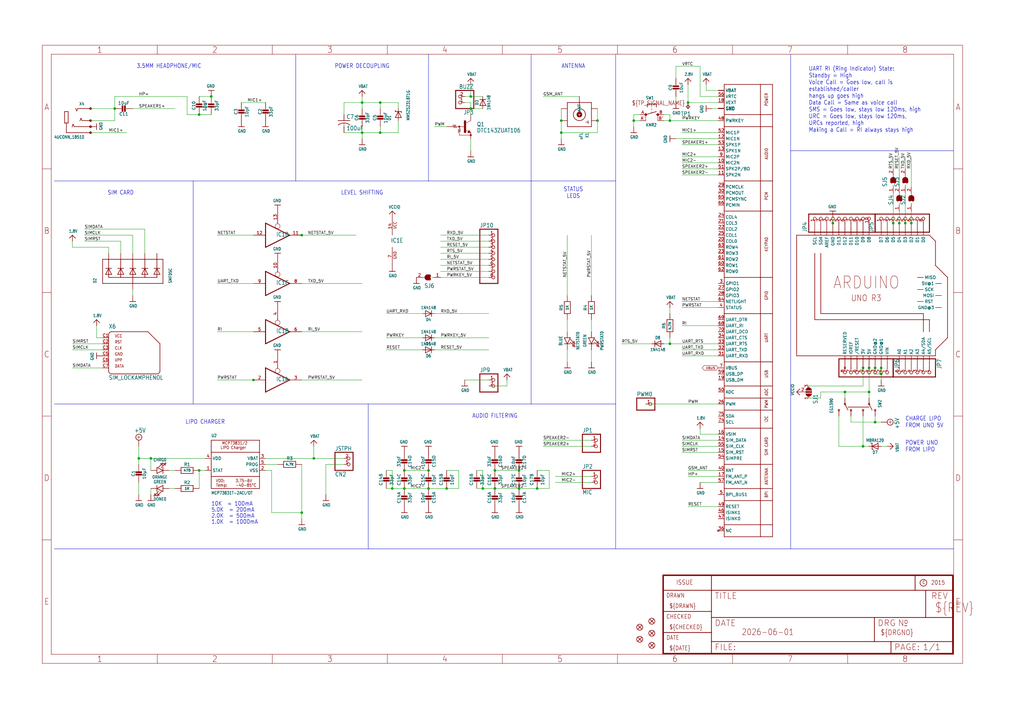
<source format=kicad_sch>
(kicad_sch (version 20230121) (generator eeschema)
  (paper "User" 430.962 298.602)
  (junction (at 363.22 154.94))
  (junction (at 365.76 154.94))
  (junction (at 218.44 198.12))
  (junction (at 289.56 43.18))
  (junction (at 251.46 50.8))
  (junction (at 365.76 165.1))
  (junction (at 180.34 205.74))
  (junction (at 165.1 205.74))
  (junction (at 127 99.06))
  (junction (at 203.2 205.74))
  (junction (at 226.06 205.74))
  (junction (at 281.94 144.78))
  (junction (at 208.28 205.74))
  (junction (at 170.18 198.12))
  (junction (at 383.54 93.98))
  (junction (at 160.02 55.88))
  (junction (at 381 93.98))
  (junction (at 355.6 165.1))
  (junction (at 363.22 187.96))
  (junction (at 88.9 40.64))
  (junction (at 198.12 45.72))
  (junction (at 198.12 40.64))
  (junction (at 208.28 198.12))
  (junction (at 63.5 193.04))
  (junction (at 48.26 45.72))
  (junction (at 160.02 43.18))
  (junction (at 370.84 154.94))
  (junction (at 218.44 205.74))
  (junction (at 187.96 205.74))
  (junction (at 375.92 93.98))
  (junction (at 370.84 157.48))
  (junction (at 106.68 160.02))
  (junction (at 368.3 177.8))
  (junction (at 83.82 198.12))
  (junction (at 152.4 43.18))
  (junction (at 378.46 93.98))
  (junction (at 180.34 198.12))
  (junction (at 83.82 48.26))
  (junction (at 236.22 55.88))
  (junction (at 58.42 193.04))
  (junction (at 132.08 193.04))
  (junction (at 266.7 50.8))
  (junction (at 368.3 154.94))
  (junction (at 281.94 50.8))
  (junction (at 127 215.9))
  (junction (at 152.4 55.88))
  (junction (at 350.52 93.98))
  (junction (at 236.22 50.8))
  (junction (at 170.18 205.74))
  (wire (pts (xy 375.92 81.28) (xy 375.92 93.98)) (stroke (width 0.1524)))
  (polyline (pts (xy 81.28 170.18) (xy 81.28 76.2)) (stroke (width 0.1524) (type solid)))
  (wire (pts (xy 236.22 45.72) (xy 236.22 50.8)) (stroke (width 0.1524)))
  (wire (pts (xy 40.64 142.24) (xy 40.64 137.16)) (stroke (width 0.1524)))
  (wire (pts (xy 185.42 116.84) (xy 205.74 116.84)) (stroke (width 0.1524)))
  (wire (pts (xy 302.26 127) (xy 287.02 127)) (stroke (width 0.1524)))
  (wire (pts (xy 373.38 187.96) (xy 370.84 187.96)) (stroke (width 0.1524)))
  (wire (pts (xy 302.26 198.12) (xy 289.56 198.12)) (stroke (width 0.1524)))
  (wire (pts (xy 279.4 48.26) (xy 281.94 48.26)) (stroke (width 0.1524)))
  (wire (pts (xy 368.3 157.48) (xy 370.84 157.48)) (stroke (width 0.1524)))
  (wire (pts (xy 294.64 27.94) (xy 284.48 27.94)) (stroke (width 0.1524)))
  (wire (pts (xy 132.08 193.04) (xy 132.08 187.96)) (stroke (width 0.1524)))
  (wire (pts (xy 30.48 104.14) (xy 30.48 101.6)) (stroke (width 0.1524)))
  (wire (pts (xy 355.6 167.64) (xy 355.6 165.1)) (stroke (width 0.1524)))
  (wire (pts (xy 205.74 104.14) (xy 185.42 104.14)) (stroke (width 0.1524)))
  (polyline (pts (xy 22.86 170.18) (xy 81.28 170.18)) (stroke (width 0.1524) (type solid)))
  (wire (pts (xy 358.14 177.8) (xy 368.3 177.8)) (stroke (width 0.1524)))
  (wire (pts (xy 345.44 165.1) (xy 355.6 165.1)) (stroke (width 0.1524)))
  (wire (pts (xy 231.14 198.12) (xy 231.14 205.74)) (stroke (width 0.1524)))
  (wire (pts (xy 165.1 198.12) (xy 165.1 205.74)) (stroke (width 0.1524)))
  (wire (pts (xy 30.48 154.94) (xy 43.18 154.94)) (stroke (width 0.1524)))
  (wire (pts (xy 144.78 43.18) (xy 152.4 43.18)) (stroke (width 0.1524)))
  (wire (pts (xy 60.96 96.52) (xy 35.56 96.52)) (stroke (width 0.1524)))
  (wire (pts (xy 248.92 185.42) (xy 228.6 185.42)) (stroke (width 0.1524)))
  (wire (pts (xy 269.24 50.8) (xy 266.7 50.8)) (stroke (width 0.1524)))
  (wire (pts (xy 152.4 43.18) (xy 152.4 40.64)) (stroke (width 0.1524)))
  (wire (pts (xy 365.76 187.96) (xy 363.22 187.96)) (stroke (width 0.1524)))
  (wire (pts (xy 302.26 137.16) (xy 287.02 137.16)) (stroke (width 0.1524)))
  (wire (pts (xy 365.76 165.1) (xy 365.76 167.64)) (stroke (width 0.1524)))
  (wire (pts (xy 302.26 43.18) (xy 289.56 43.18)) (stroke (width 0.1524)))
  (wire (pts (xy 302.26 182.88) (xy 294.64 182.88)) (stroke (width 0.1524)))
  (wire (pts (xy 228.6 40.64) (xy 243.84 40.64)) (stroke (width 0.1524)))
  (wire (pts (xy 106.68 139.7) (xy 91.44 139.7)) (stroke (width 0.1524)))
  (wire (pts (xy 198.12 35.56) (xy 198.12 40.64)) (stroke (width 0.1524)))
  (polyline (pts (xy 223.52 76.2) (xy 259.08 76.2)) (stroke (width 0.1524) (type solid)))
  (wire (pts (xy 363.22 162.56) (xy 363.22 154.94)) (stroke (width 0.1524)))
  (polyline (pts (xy 180.34 76.2) (xy 180.34 22.86)) (stroke (width 0.1524) (type solid)))
  (wire (pts (xy 294.64 203.2) (xy 302.26 203.2)) (stroke (width 0.1524)))
  (wire (pts (xy 294.64 40.64) (xy 294.64 27.94)) (stroke (width 0.1524)))
  (wire (pts (xy 200.66 198.12) (xy 203.2 198.12)) (stroke (width 0.1524)))
  (wire (pts (xy 58.42 193.04) (xy 63.5 193.04)) (stroke (width 0.1524)))
  (wire (pts (xy 48.26 45.72) (xy 38.1 45.72)) (stroke (width 0.1524)))
  (wire (pts (xy 187.96 53.34) (xy 182.88 53.34)) (stroke (width 0.1524)))
  (wire (pts (xy 63.5 198.12) (xy 63.5 193.04)) (stroke (width 0.1524)))
  (wire (pts (xy 73.66 205.74) (xy 71.12 205.74)) (stroke (width 0.1524)))
  (wire (pts (xy 383.54 88.9) (xy 383.54 93.98)) (stroke (width 0.1524)))
  (wire (pts (xy 73.66 198.12) (xy 71.12 198.12)) (stroke (width 0.1524)))
  (wire (pts (xy 302.26 38.1) (xy 297.18 38.1)) (stroke (width 0.1524)))
  (wire (pts (xy 355.6 165.1) (xy 365.76 165.1)) (stroke (width 0.1524)))
  (wire (pts (xy 106.68 119.38) (xy 91.44 119.38)) (stroke (width 0.1524)))
  (wire (pts (xy 226.06 205.74) (xy 218.44 205.74)) (stroke (width 0.1524)))
  (wire (pts (xy 48.26 40.64) (xy 78.74 40.64)) (stroke (width 0.1524)))
  (polyline (pts (xy 332.74 63.5) (xy 332.74 22.86)) (stroke (width 0.1524) (type solid)))
  (wire (pts (xy 160.02 53.34) (xy 160.02 55.88)) (stroke (width 0.1524)))
  (wire (pts (xy 302.26 190.5) (xy 287.02 190.5)) (stroke (width 0.1524)))
  (wire (pts (xy 370.84 157.48) (xy 370.84 160.02)) (stroke (width 0.1524)))
  (wire (pts (xy 302.26 66.04) (xy 287.02 66.04)) (stroke (width 0.1524)))
  (wire (pts (xy 58.42 193.04) (xy 58.42 187.96)) (stroke (width 0.1524)))
  (wire (pts (xy 287.02 185.42) (xy 302.26 185.42)) (stroke (width 0.1524)))
  (wire (pts (xy 363.22 175.26) (xy 363.22 187.96)) (stroke (width 0.1524)))
  (wire (pts (xy 248.92 134.62) (xy 248.92 139.7)) (stroke (width 0.1524)))
  (polyline (pts (xy 124.46 76.2) (xy 180.34 76.2)) (stroke (width 0.1524) (type solid)))
  (wire (pts (xy 114.3 198.12) (xy 114.3 215.9)) (stroke (width 0.1524)))
  (polyline (pts (xy 81.28 170.18) (xy 154.94 170.18)) (stroke (width 0.1524) (type solid)))
  (wire (pts (xy 144.78 48.26) (xy 144.78 43.18)) (stroke (width 0.1524)))
  (wire (pts (xy 233.68 203.2) (xy 248.92 203.2)) (stroke (width 0.1524)))
  (wire (pts (xy 83.82 198.12) (xy 86.36 198.12)) (stroke (width 0.1524)))
  (wire (pts (xy 167.64 43.18) (xy 167.64 45.72)) (stroke (width 0.1524)))
  (wire (pts (xy 297.18 38.1) (xy 297.18 35.56)) (stroke (width 0.1524)))
  (wire (pts (xy 187.96 198.12) (xy 193.04 198.12)) (stroke (width 0.1524)))
  (wire (pts (xy 228.6 187.96) (xy 248.92 187.96)) (stroke (width 0.1524)))
  (wire (pts (xy 302.26 129.54) (xy 287.02 129.54)) (stroke (width 0.1524)))
  (wire (pts (xy 198.12 45.72) (xy 203.2 45.72)) (stroke (width 0.1524)))
  (wire (pts (xy 287.02 73.66) (xy 302.26 73.66)) (stroke (width 0.1524)))
  (polyline (pts (xy 259.08 231.14) (xy 332.74 231.14)) (stroke (width 0.1524) (type solid)))
  (wire (pts (xy 208.28 205.74) (xy 218.44 205.74)) (stroke (width 0.1524)))
  (wire (pts (xy 43.18 147.32) (xy 30.48 147.32)) (stroke (width 0.1524)))
  (polyline (pts (xy 332.74 231.14) (xy 332.74 63.5)) (stroke (width 0.1524) (type solid)))
  (wire (pts (xy 198.12 40.64) (xy 203.2 40.64)) (stroke (width 0.1524)))
  (wire (pts (xy 287.02 55.88) (xy 302.26 55.88)) (stroke (width 0.1524)))
  (wire (pts (xy 180.34 198.12) (xy 170.18 198.12)) (stroke (width 0.1524)))
  (wire (pts (xy 381 93.98) (xy 381 81.28)) (stroke (width 0.1524)))
  (wire (pts (xy 43.18 144.78) (xy 30.48 144.78)) (stroke (width 0.1524)))
  (wire (pts (xy 198.12 58.42) (xy 198.12 63.5)) (stroke (width 0.1524)))
  (wire (pts (xy 236.22 50.8) (xy 236.22 55.88)) (stroke (width 0.1524)))
  (wire (pts (xy 281.94 144.78) (xy 281.94 142.24)) (stroke (width 0.1524)))
  (wire (pts (xy 353.06 175.26) (xy 353.06 187.96)) (stroke (width 0.1524)))
  (wire (pts (xy 368.3 175.26) (xy 368.3 177.8)) (stroke (width 0.1524)))
  (wire (pts (xy 152.4 43.18) (xy 160.02 43.18)) (stroke (width 0.1524)))
  (polyline (pts (xy 259.08 76.2) (xy 259.08 22.86)) (stroke (width 0.1524) (type solid)))
  (wire (pts (xy 281.94 48.26) (xy 281.94 50.8)) (stroke (width 0.1524)))
  (wire (pts (xy 289.56 43.18) (xy 289.56 35.56)) (stroke (width 0.1524)))
  (wire (pts (xy 177.8 147.32) (xy 162.56 147.32)) (stroke (width 0.1524)))
  (wire (pts (xy 205.74 160.02) (xy 195.58 160.02)) (stroke (width 0.1524)))
  (wire (pts (xy 109.22 160.02) (xy 106.68 160.02)) (stroke (width 0.1524)))
  (wire (pts (xy 132.08 193.04) (xy 111.76 193.04)) (stroke (width 0.1524)))
  (wire (pts (xy 114.3 215.9) (xy 127 215.9)) (stroke (width 0.1524)))
  (wire (pts (xy 45.72 106.68) (xy 45.72 104.14)) (stroke (width 0.1524)))
  (wire (pts (xy 284.48 27.94) (xy 284.48 33.02)) (stroke (width 0.1524)))
  (wire (pts (xy 294.64 182.88) (xy 294.64 180.34)) (stroke (width 0.1524)))
  (polyline (pts (xy 223.52 170.18) (xy 223.52 76.2)) (stroke (width 0.1524) (type solid)))
  (wire (pts (xy 160.02 55.88) (xy 167.64 55.88)) (stroke (width 0.1524)))
  (wire (pts (xy 238.76 134.62) (xy 238.76 139.7)) (stroke (width 0.1524)))
  (polyline (pts (xy 154.94 170.18) (xy 223.52 170.18)) (stroke (width 0.1524) (type solid)))
  (wire (pts (xy 38.1 50.8) (xy 48.26 50.8)) (stroke (width 0.1524)))
  (wire (pts (xy 238.76 147.32) (xy 238.76 152.4)) (stroke (width 0.1524)))
  (wire (pts (xy 127 99.06) (xy 149.86 99.06)) (stroke (width 0.1524)))
  (wire (pts (xy 213.36 162.56) (xy 205.74 162.56)) (stroke (width 0.1524)))
  (wire (pts (xy 152.4 45.72) (xy 152.4 43.18)) (stroke (width 0.1524)))
  (wire (pts (xy 50.8 106.68) (xy 50.8 101.6)) (stroke (width 0.1524)))
  (wire (pts (xy 302.26 149.86) (xy 287.02 149.86)) (stroke (width 0.1524)))
  (wire (pts (xy 284.48 40.64) (xy 284.48 43.18)) (stroke (width 0.1524)))
  (wire (pts (xy 302.26 147.32) (xy 287.02 147.32)) (stroke (width 0.1524)))
  (polyline (pts (xy 332.74 231.14) (xy 401.32 231.14)) (stroke (width 0.1524) (type solid)))
  (wire (pts (xy 127 215.9) (xy 127 218.44)) (stroke (width 0.1524)))
  (wire (pts (xy 127 195.58) (xy 127 215.9)) (stroke (width 0.1524)))
  (wire (pts (xy 60.96 106.68) (xy 60.96 96.52)) (stroke (width 0.1524)))
  (wire (pts (xy 266.7 50.8) (xy 266.7 53.34)) (stroke (width 0.1524)))
  (wire (pts (xy 353.06 187.96) (xy 363.22 187.96)) (stroke (width 0.1524)))
  (wire (pts (xy 302.26 213.36) (xy 289.56 213.36)) (stroke (width 0.1524)))
  (polyline (pts (xy 259.08 231.14) (xy 259.08 170.18)) (stroke (width 0.1524) (type solid)))
  (wire (pts (xy 236.22 55.88) (xy 251.46 55.88)) (stroke (width 0.1524)))
  (wire (pts (xy 55.88 106.68) (xy 55.88 99.06)) (stroke (width 0.1524)))
  (wire (pts (xy 48.26 45.72) (xy 48.26 40.64)) (stroke (width 0.1524)))
  (wire (pts (xy 182.88 147.32) (xy 205.74 147.32)) (stroke (width 0.1524)))
  (wire (pts (xy 302.26 187.96) (xy 287.02 187.96)) (stroke (width 0.1524)))
  (wire (pts (xy 88.9 48.26) (xy 83.82 48.26)) (stroke (width 0.1524)))
  (wire (pts (xy 137.16 195.58) (xy 144.78 195.58)) (stroke (width 0.1524)))
  (wire (pts (xy 160.02 43.18) (xy 167.64 43.18)) (stroke (width 0.1524)))
  (wire (pts (xy 185.42 101.6) (xy 205.74 101.6)) (stroke (width 0.1524)))
  (wire (pts (xy 203.2 205.74) (xy 200.66 205.74)) (stroke (width 0.1524)))
  (wire (pts (xy 231.14 205.74) (xy 226.06 205.74)) (stroke (width 0.1524)))
  (wire (pts (xy 152.4 55.88) (xy 160.02 55.88)) (stroke (width 0.1524)))
  (wire (pts (xy 287.02 60.96) (xy 302.26 60.96)) (stroke (width 0.1524)))
  (polyline (pts (xy 154.94 231.14) (xy 259.08 231.14)) (stroke (width 0.1524) (type solid)))
  (wire (pts (xy 281.94 144.78) (xy 302.26 144.78)) (stroke (width 0.1524)))
  (wire (pts (xy 248.92 99.06) (xy 248.92 124.46)) (stroke (width 0.1524)))
  (polyline (pts (xy 223.52 76.2) (xy 223.52 22.86)) (stroke (width 0.1524) (type solid)))
  (wire (pts (xy 381 66.04) (xy 381 71.12)) (stroke (width 0.1524)))
  (wire (pts (xy 58.42 195.58) (xy 58.42 193.04)) (stroke (width 0.1524)))
  (wire (pts (xy 251.46 50.8) (xy 251.46 45.72)) (stroke (width 0.1524)))
  (wire (pts (xy 368.3 154.94) (xy 368.3 157.48)) (stroke (width 0.1524)))
  (wire (pts (xy 111.76 195.58) (xy 116.84 195.58)) (stroke (width 0.1524)))
  (wire (pts (xy 127 119.38) (xy 152.4 119.38)) (stroke (width 0.1524)))
  (polyline (pts (xy 154.94 231.14) (xy 154.94 170.18)) (stroke (width 0.1524) (type solid)))
  (polyline (pts (xy 401.32 63.5) (xy 332.74 63.5)) (stroke (width 0.1524) (type solid)))
  (wire (pts (xy 198.12 43.18) (xy 198.12 45.72)) (stroke (width 0.1524)))
  (wire (pts (xy 284.48 58.42) (xy 302.26 58.42)) (stroke (width 0.1524)))
  (wire (pts (xy 350.52 93.98) (xy 350.52 91.44)) (stroke (width 0.1524)))
  (polyline (pts (xy 81.28 76.2) (xy 124.46 76.2)) (stroke (width 0.1524) (type solid)))
  (wire (pts (xy 127 139.7) (xy 152.4 139.7)) (stroke (width 0.1524)))
  (wire (pts (xy 137.16 195.58) (xy 137.16 208.28)) (stroke (width 0.1524)))
  (wire (pts (xy 177.8 142.24) (xy 162.56 142.24)) (stroke (width 0.1524)))
  (wire (pts (xy 83.82 205.74) (xy 83.82 198.12)) (stroke (width 0.1524)))
  (wire (pts (xy 383.54 78.74) (xy 383.54 66.04)) (stroke (width 0.1524)))
  (wire (pts (xy 203.2 205.74) (xy 208.28 205.74)) (stroke (width 0.1524)))
  (wire (pts (xy 132.08 193.04) (xy 144.78 193.04)) (stroke (width 0.1524)))
  (wire (pts (xy 281.94 50.8) (xy 279.4 50.8)) (stroke (width 0.1524)))
  (wire (pts (xy 340.36 162.56) (xy 363.22 162.56)) (stroke (width 0.1524)))
  (polyline (pts (xy 259.08 170.18) (xy 259.08 76.2)) (stroke (width 0.1524) (type solid)))
  (wire (pts (xy 124.46 99.06) (xy 127 99.06)) (stroke (width 0.1524)))
  (wire (pts (xy 269.24 48.26) (xy 266.7 48.26)) (stroke (width 0.1524)))
  (wire (pts (xy 167.64 55.88) (xy 167.64 50.8)) (stroke (width 0.1524)))
  (wire (pts (xy 162.56 198.12) (xy 165.1 198.12)) (stroke (width 0.1524)))
  (wire (pts (xy 302.26 45.72) (xy 299.72 45.72)) (stroke (width 0.1524)))
  (polyline (pts (xy 22.86 231.14) (xy 154.94 231.14)) (stroke (width 0.1524) (type solid)))
  (wire (pts (xy 187.96 205.74) (xy 180.34 205.74)) (stroke (width 0.1524)))
  (wire (pts (xy 48.26 45.72) (xy 48.26 50.8)) (stroke (width 0.1524)))
  (wire (pts (xy 55.88 99.06) (xy 35.56 99.06)) (stroke (width 0.1524)))
  (wire (pts (xy 248.92 200.66) (xy 233.68 200.66)) (stroke (width 0.1524)))
  (wire (pts (xy 73.66 45.72) (xy 55.88 45.72)) (stroke (width 0.1524)))
  (wire (pts (xy 302.26 71.12) (xy 287.02 71.12)) (stroke (width 0.1524)))
  (wire (pts (xy 43.18 142.24) (xy 40.64 142.24)) (stroke (width 0.1524)))
  (wire (pts (xy 340.36 167.64) (xy 345.44 167.64)) (stroke (width 0.1524)))
  (wire (pts (xy 78.74 40.64) (xy 78.74 48.26)) (stroke (width 0.1524)))
  (wire (pts (xy 238.76 124.46) (xy 238.76 99.06)) (stroke (width 0.1524)))
  (wire (pts (xy 365.76 154.94) (xy 365.76 165.1)) (stroke (width 0.1524)))
  (wire (pts (xy 368.3 177.8) (xy 370.84 177.8)) (stroke (width 0.1524)))
  (wire (pts (xy 185.42 111.76) (xy 205.74 111.76)) (stroke (width 0.1524)))
  (wire (pts (xy 160.02 45.72) (xy 160.02 43.18)) (stroke (width 0.1524)))
  (wire (pts (xy 226.06 198.12) (xy 231.14 198.12)) (stroke (width 0.1524)))
  (wire (pts (xy 287.02 68.58) (xy 302.26 68.58)) (stroke (width 0.1524)))
  (wire (pts (xy 177.8 132.08) (xy 162.56 132.08)) (stroke (width 0.1524)))
  (wire (pts (xy 251.46 55.88) (xy 251.46 50.8)) (stroke (width 0.1524)))
  (wire (pts (xy 63.5 193.04) (xy 86.36 193.04)) (stroke (width 0.1524)))
  (wire (pts (xy 375.92 66.04) (xy 375.92 71.12)) (stroke (width 0.1524)))
  (wire (pts (xy 152.4 58.42) (xy 152.4 55.88)) (stroke (width 0.1524)))
  (wire (pts (xy 281.94 132.08) (xy 281.94 129.54)) (stroke (width 0.1524)))
  (wire (pts (xy 144.78 55.88) (xy 152.4 55.88)) (stroke (width 0.1524)))
  (wire (pts (xy 378.46 93.98) (xy 378.46 88.9)) (stroke (width 0.1524)))
  (wire (pts (xy 106.68 99.06) (xy 91.44 99.06)) (stroke (width 0.1524)))
  (polyline (pts (xy 124.46 76.2) (xy 124.46 22.86)) (stroke (width 0.1524) (type solid)))
  (wire (pts (xy 205.74 99.06) (xy 185.42 99.06)) (stroke (width 0.1524)))
  (wire (pts (xy 101.6 43.18) (xy 111.76 43.18)) (stroke (width 0.1524)))
  (wire (pts (xy 302.26 40.64) (xy 294.64 40.64)) (stroke (width 0.1524)))
  (wire (pts (xy 106.68 160.02) (xy 91.44 160.02)) (stroke (width 0.1524)))
  (wire (pts (xy 358.14 175.26) (xy 358.14 177.8)) (stroke (width 0.1524)))
  (wire (pts (xy 127 160.02) (xy 152.4 160.02)) (stroke (width 0.1524)))
  (wire (pts (xy 236.22 58.42) (xy 236.22 55.88)) (stroke (width 0.1524)))
  (polyline (pts (xy 223.52 76.2) (xy 180.34 76.2)) (stroke (width 0.1524) (type solid)))
  (wire (pts (xy 182.88 132.08) (xy 205.74 132.08)) (stroke (width 0.1524)))
  (wire (pts (xy 271.78 170.18) (xy 302.26 170.18)) (stroke (width 0.1524)))
  (wire (pts (xy 266.7 48.26) (xy 266.7 50.8)) (stroke (width 0.1524)))
  (wire (pts (xy 185.42 106.68) (xy 205.74 106.68)) (stroke (width 0.1524)))
  (wire (pts (xy 152.4 53.34) (xy 152.4 55.88)) (stroke (width 0.1524)))
  (wire (pts (xy 213.36 160.02) (xy 213.36 162.56)) (stroke (width 0.1524)))
  (wire (pts (xy 83.82 40.64) (xy 88.9 40.64)) (stroke (width 0.1524)))
  (wire (pts (xy 248.92 152.4) (xy 248.92 147.32)) (stroke (width 0.1524)))
  (wire (pts (xy 58.42 203.2) (xy 58.42 208.28)) (stroke (width 0.1524)))
  (wire (pts (xy 50.8 101.6) (xy 35.56 101.6)) (stroke (width 0.1524)))
  (wire (pts (xy 165.1 205.74) (xy 170.18 205.74)) (stroke (width 0.1524)))
  (wire (pts (xy 274.32 144.78) (xy 261.62 144.78)) (stroke (width 0.1524)))
  (wire (pts (xy 165.1 205.74) (xy 162.56 205.74)) (stroke (width 0.1524)))
  (wire (pts (xy 195.58 43.18) (xy 198.12 43.18)) (stroke (width 0.1524)))
  (wire (pts (xy 193.04 198.12) (xy 193.04 205.74)) (stroke (width 0.1524)))
  (wire (pts (xy 55.88 121.92) (xy 55.88 124.46)) (stroke (width 0.1524)))
  (wire (pts (xy 205.74 109.22) (xy 185.42 109.22)) (stroke (width 0.1524)))
  (wire (pts (xy 302.26 50.8) (xy 281.94 50.8)) (stroke (width 0.1524)))
  (wire (pts (xy 198.12 40.64) (xy 195.58 40.64)) (stroke (width 0.1524)))
  (wire (pts (xy 205.74 114.3) (xy 185.42 114.3)) (stroke (width 0.1524)))
  (wire (pts (xy 38.1 55.88) (xy 53.34 55.88)) (stroke (width 0.1524)))
  (polyline (pts (xy 22.86 76.2) (xy 81.28 76.2)) (stroke (width 0.1524) (type solid)))
  (wire (pts (xy 63.5 205.74) (xy 63.5 208.28)) (stroke (width 0.1524)))
  (wire (pts (xy 111.76 198.12) (xy 114.3 198.12)) (stroke (width 0.1524)))
  (wire (pts (xy 370.84 154.94) (xy 370.84 157.48)) (stroke (width 0.1524)))
  (polyline (pts (xy 223.52 170.18) (xy 259.08 170.18)) (stroke (width 0.1524) (type solid)))
  (wire (pts (xy 345.44 167.64) (xy 345.44 165.1)) (stroke (width 0.1524)))
  (wire (pts (xy 170.18 205.74) (xy 180.34 205.74)) (stroke (width 0.1524)))
  (wire (pts (xy 78.74 48.26) (xy 83.82 48.26)) (stroke (width 0.1524)))
  (wire (pts (xy 193.04 205.74) (xy 187.96 205.74)) (stroke (width 0.1524)))
  (wire (pts (xy 302.26 200.66) (xy 289.56 200.66)) (stroke (width 0.1524)))
  (wire (pts (xy 45.72 104.14) (xy 30.48 104.14)) (stroke (width 0.1524)))
  (wire (pts (xy 198.12 45.72) (xy 198.12 48.26)) (stroke (width 0.1524)))
  (wire (pts (xy 218.44 198.12) (xy 208.28 198.12)) (stroke (width 0.1524)))
  (wire (pts (xy 378.46 78.74) (xy 378.46 66.04)) (stroke (width 0.1524)))
  (wire (pts (xy 203.2 198.12) (xy 203.2 205.74)) (stroke (width 0.1524)))
  (wire (pts (xy 182.88 142.24) (xy 205.74 142.24)) (stroke (width 0.1524)))
  (wire (pts (xy 281.94 144.78) (xy 279.4 144.78)) (stroke (width 0.1524)))
  (text "POWER UNO\nFROM LIPO" (at 381 190.5 0) (effects (font (size 1.778 1.5113)) (justify left bottom)))
  (text "UART RI (Ring Indicator) State:\nStandby = High\nVoice Call = Goes low, call is\nestablished/caller\nhangs up goes high\nData Call = Same as voice call\nSMS = Goes low, stays low 120ms, high\nURC = Goes low, stays low 120ms,\nURCs reported, high\nMaking a Call = RI always stays high" (at 340.36 55.88 0) (effects (font (size 1.778 1.5113)) (justify left bottom)))
  (text "5.0K  = 200mA" (at 88.9 215.9 0) (effects (font (size 1.778 1.5113)) (justify left bottom)))
  (text "10K  = 100mA" (at 88.9 213.36 0) (effects (font (size 1.778 1.5113)) (justify left bottom)))
  (text "SIM CARD" (at 50.8 81.28 0) (effects (font (size 1.778 1.5113))))
  (text "CHARGE LIPO\nFROM UNO 5V" (at 381 180.34 0) (effects (font (size 1.778 1.5113)) (justify left bottom)))
  (text "LIPO CHARGER" (at 86.36 177.8 0) (effects (font (size 1.778 1.5113))))
  (text "1.0K  = 1000mA" (at 88.9 220.98 0) (effects (font (size 1.778 1.5113)) (justify left bottom)))
  (text "STATUS\nLEDS" (at 241.3 81.28 0) (effects (font (size 1.778 1.5113))))
  (text "AUDIO FILTERING" (at 208.28 175.26 0) (effects (font (size 1.778 1.5113))))
  (text "LEVEL SHIFTING" (at 152.4 81.28 0) (effects (font (size 1.778 1.5113))))
  (text "POWER DECOUPLING" (at 152.4 27.94 0) (effects (font (size 1.778 1.5113))))
  (text "2.0K  = 500mA" (at 88.9 218.44 0) (effects (font (size 1.778 1.5113)) (justify left bottom)))
  (text "3.5MM HEADPHONE/MIC" (at 71.12 27.94 0) (effects (font (size 1.778 1.5113))))
  (text "ANTENNA" (at 241.3 27.94 0) (effects (font (size 1.778 1.5113))))
  (label "RI_5V" (at 129.54 139.7 0) (effects (font (size 1.2446 1.2446))))
  (label "TXD_5V" (at 381 71.12 90) (effects (font (size 1.2446 1.2446))))
  (label "NETSTAT" (at 91.44 99.06 0) (effects (font (size 1.2446 1.2446))))
  (label "SPEAKER2+" (at 287.02 71.12 0) (effects (font (size 1.2446 1.2446))))
  (label "MIC1+" (at 287.02 55.88 0) (effects (font (size 1.2446 1.2446))))
  (label "SIMCLK" (at 287.02 187.96 0) (effects (font (size 1.2446 1.2446))))
  (label "MIC1+" (at 104.14 43.18 0) (effects (font (size 1.2446 1.2446))))
  (label "SPEAKER2+" (at 228.6 187.96 0) (effects (font (size 1.2446 1.2446))))
  (label "MIC2-" (at 287.02 68.58 0) (effects (font (size 1.2446 1.2446))))
  (label "PWM" (at 182.88 53.34 0) (effects (font (size 1.2446 1.2446))))
  (label "RI" (at 91.44 139.7 0) (effects (font (size 1.2446 1.2446))))
  (label "SIMDATA" (at 287.02 185.42 0) (effects (font (size 1.2446 1.2446))))
  (label "SIMRST" (at 287.02 190.5 0) (effects (font (size 1.2446 1.2446))))
  (label "GSM_ANT" (at 228.6 40.64 0) (effects (font (size 1.2446 1.2446))))
  (label "RXD_5V" (at 383.54 71.12 90) (effects (font (size 1.2446 1.2446))))
  (label "PWRKEY_5V" (at 187.96 116.84 0) (effects (font (size 1.2446 1.2446))))
  (label "MIC2-" (at 172.72 205.74 0) (effects (font (size 1.2446 1.2446))))
  (label "TXD_5V" (at 187.96 101.6 0) (effects (font (size 1.2446 1.2446))))
  (label "PWRKEY" (at 287.02 50.8 0) (effects (font (size 1.2446 1.2446))))
  (label "UART_RTS" (at 287.02 144.78 0) (effects (font (size 1.2446 1.2446))))
  (label "PWRSTAT_5V" (at 187.96 114.3 0) (effects (font (size 1.2446 1.2446))))
  (label "PWRSTAT_5V" (at 129.54 160.02 0) (effects (font (size 1.2446 1.2446))))
  (label "SPEAKER2-" (at 287.02 73.66 0) (effects (font (size 1.2446 1.2446))))
  (label "RI" (at 287.02 137.16 0) (effects (font (size 1.2446 1.2446))))
  (label "RTS_5V" (at 187.96 106.68 0) (effects (font (size 1.2446 1.2446))))
  (label "MIC2+" (at 287.02 66.04 0) (effects (font (size 1.2446 1.2446))))
  (label "NETSTAT_5V" (at 129.54 99.06 0) (effects (font (size 1.2446 1.2446))))
  (label "SPEAKER2-" (at 228.6 185.42 0) (effects (font (size 1.2446 1.2446))))
  (label "SPEAKER1+" (at 58.42 45.72 0) (effects (font (size 1.2446 1.2446))))
  (label "RTS_5V" (at 261.62 144.78 0) (effects (font (size 1.2446 1.2446))))
  (label "RESET_5V" (at 187.96 104.14 0) (effects (font (size 1.2446 1.2446))))
  (label "UART_TXD" (at 287.02 147.32 0) (effects (font (size 1.2446 1.2446))))
  (label "SPEAKER2+" (at 210.82 198.12 0) (effects (font (size 1.2446 1.2446))))
  (label "PWRKEY" (at 162.56 142.24 0) (effects (font (size 1.2446 1.2446))))
  (label "UART_TXD" (at 91.44 119.38 0) (effects (font (size 1.2446 1.2446))))
  (label "UART_RXD" (at 287.02 149.86 0) (effects (font (size 1.2446 1.2446))))
  (label "UART_RXD" (at 162.56 132.08 0) (effects (font (size 1.2446 1.2446))))
  (label "PWM" (at 289.56 170.18 0) (effects (font (size 1.2446 1.2446))))
  (label "MIC2+" (at 172.72 198.12 0) (effects (font (size 1.2446 1.2446))))
  (label "SPEAKER2-" (at 210.82 205.74 0) (effects (font (size 1.2446 1.2446))))
  (label "HP+" (at 289.56 200.66 0) (effects (font (size 1.2446 1.2446))))
  (label "SIMDATA" (at 35.56 96.52 0) (effects (font (size 1.2446 1.2446))))
  (label "PWRSTAT" (at 91.44 160.02 0) (effects (font (size 1.2446 1.2446))))
  (label "RTS_5V" (at 375.92 71.12 90) (effects (font (size 1.2446 1.2446))))
  (label "MIC2-" (at 236.22 203.2 0) (effects (font (size 1.2446 1.2446))))
  (label "RXD_5V" (at 185.42 132.08 0) (effects (font (size 1.2446 1.2446))))
  (label "NETSTAT" (at 287.02 127 0) (effects (font (size 1.2446 1.2446))))
  (label "GSM_ANT" (at 289.56 198.12 0) (effects (font (size 1.2446 1.2446))))
  (label "VRTC" (at 287.02 27.94 0) (effects (font (size 1.2446 1.2446))))
  (label "RXD_5V" (at 187.96 99.06 0) (effects (font (size 1.2446 1.2446))))
  (label "SIMCLK" (at 35.56 99.06 0) (effects (font (size 1.2446 1.2446))))
  (label "SIMDATA" (at 30.48 154.94 0) (effects (font (size 1.2446 1.2446))))
  (label "TXD_5V" (at 129.54 119.38 0) (effects (font (size 1.2446 1.2446))))
  (label "RESET" (at 289.56 213.36 0) (effects (font (size 1.2446 1.2446))))
  (label "PWRSTAT" (at 287.02 129.54 0) (effects (font (size 1.2446 1.2446))))
  (label "MIC2+" (at 236.22 200.66 0) (effects (font (size 1.2446 1.2446))))
  (label "PWRSTAT_5V" (at 248.92 116.84 90) (effects (font (size 1.2446 1.2446))))
  (label "NETSTAT_5V" (at 238.76 116.84 90) (effects (font (size 1.2446 1.2446))))
  (label "RESET" (at 162.56 147.32 0) (effects (font (size 1.2446 1.2446))))
  (label "PWRKEY_5V" (at 185.42 142.24 0) (effects (font (size 1.2446 1.2446))))
  (label "NETSTAT_5V" (at 187.96 111.76 0) (effects (font (size 1.2446 1.2446))))
  (label "HP+" (at 58.42 40.64 0) (effects (font (size 1.2446 1.2446))))
  (label "SIMRST" (at 30.48 144.78 0) (effects (font (size 1.2446 1.2446))))
  (label "SPEAKER1+" (at 287.02 60.96 0) (effects (font (size 1.2446 1.2446))))
  (label "RI_5V" (at 187.96 109.22 0) (effects (font (size 1.2446 1.2446))))
  (label "RESET_5V" (at 378.46 71.12 90) (effects (font (size 1.2446 1.2446))))
  (label "MIC1+" (at 45.72 55.88 0) (effects (font (size 1.2446 1.2446))))
  (label "SIMRST" (at 35.56 101.6 0) (effects (font (size 1.2446 1.2446))))
  (label "RESET_5V" (at 185.42 147.32 0) (effects (font (size 1.2446 1.2446))))
  (label "SIMCLK" (at 30.48 147.32 0) (effects (font (size 1.2446 1.2446))))
  (global_label "VBUS" (shape bidirectional) (at 302.26 154.94 180) (effects (font (size 1.016 1.016))) (property "Intersheetrefs" "${INTERSHEET_REFS}" (effects hide)))
  (symbol (lib_id "working-eagle-import:HEADER-1X876MIL") (at 208.28 109.22 0) (unit 1)
    (property "Reference" "JP10" (at 201.93 95.885 0) (effects (font (size 1.778 1.5113)) (justify left bottom)))
    (property "Value" "HEADER-1X876MIL" (effects hide))
    (property "Footprint" "working:1X08_ROUND_76" (effects hide))
  )
  (symbol (lib_id "working-eagle-import:CAP_4PACK1206") (at 170.18 193.04 180) (unit 4)
    (property "Reference" "C14" (at 172.47 194.29 90))
    (property "Value" "33pF" (at 167.88 194.29 90))
    (property "Footprint" "working:RESPACK_4X0603" (effects hide))
  )
  (symbol (lib_id "working-eagle-import:GND") (at 281.94 58.42 270) (unit 1)
    (property "Reference" "#U$17" (effects hide))
    (property "Value" "GND" (at 279.4 56.896 0) (effects (font (size 1.27 1.0795)) (justify left bottom)))
  )
  (symbol (lib_id "working-eagle-import:GND") (at 208.28 187.96 180) (unit 1)
    (property "Reference" "#U$48" (effects hide))
    (property "Value" "GND" (at 209.804 185.42 0) (effects (font (size 1.27 1.0795)) (justify left bottom)))
  )
  (symbol (lib_id "working-eagle-import:CAP_CERAMIC0805-NOOUTLINE") (at 58.42 200.66 0) (unit 1)
    (property "Reference" "C1" (at 56.13 199.41 90))
    (property "Value" "10µF" (at 60.72 199.41 90))
    (property "Footprint" "working:0805-NO" (effects hide))
  )
  (symbol (lib_id "working-eagle-import:74125PW") (at 116.84 99.06 0) (unit 4)
    (property "Reference" "IC1" (at 116.205 99.695 0) (effects (font (size 1.778 1.5113)) (justify left bottom)))
    (property "Value" "74125PW" (effects hide))
    (property "Footprint" "working:TSSOP14" (effects hide))
  )
  (symbol (lib_id "working-eagle-import:HEADER-1X876MIL") (at 381 91.44 90) (unit 1)
    (property "Reference" "JP5" (at 367.665 97.79 0) (effects (font (size 1.778 1.5113)) (justify left bottom)))
    (property "Value" "HEADER-1X876MIL" (effects hide))
    (property "Footprint" "working:1X08_ROUND_76" (effects hide))
  )
  (symbol (lib_id "working-eagle-import:FIDUCIAL{dblquote}{dblquote}") (at 269.24 264.16 0) (unit 1)
    (property "Reference" "FID4" (effects hide))
    (property "Value" "FIDUCIAL{dblquote}{dblquote}" (effects hide))
    (property "Footprint" "working:FIDUCIAL_1MM" (effects hide))
  )
  (symbol (lib_id "working-eagle-import:GND") (at 266.7 55.88 0) (unit 1)
    (property "Reference" "#U$14" (effects hide))
    (property "Value" "GND" (at 265.176 58.42 0) (effects (font (size 1.27 1.0795)) (justify left bottom)))
  )
  (symbol (lib_id "working-eagle-import:+5V") (at 373.38 177.8 270) (unit 1)
    (property "Reference" "#SUPPLY2" (effects hide))
    (property "Value" "+5V" (at 376.555 175.895 0) (effects (font (size 1.778 1.5113)) (justify left bottom)))
  )
  (symbol (lib_id "working-eagle-import:CAP_CERAMIC0805-NOOUTLINE") (at 160.02 50.8 0) (unit 1)
    (property "Reference" "C5" (at 157.73 49.55 90))
    (property "Value" "10pF" (at 162.32 49.55 90))
    (property "Footprint" "working:0805-NO" (effects hide))
  )
  (symbol (lib_id "working-eagle-import:CAP_CERAMIC0805-NOOUTLINE") (at 111.76 48.26 0) (unit 1)
    (property "Reference" "C2" (at 109.47 47.01 90))
    (property "Value" "33pF" (at 114.06 47.01 90))
    (property "Footprint" "working:0805-NO" (effects hide))
  )
  (symbol (lib_id "working-eagle-import:DIODE-ZENERSOD123") (at 167.64 48.26 90) (unit 1)
    (property "Reference" "D1" (at 164.6174 50.8 0) (effects (font (size 1.27 1.0795)) (justify left bottom)))
    (property "Value" "MMSZ5231BT1G" (at 172.4914 50.8 0) (effects (font (size 1.27 1.0795)) (justify left bottom)))
    (property "Footprint" "working:SOD-123" (effects hide))
  )
  (symbol (lib_id "working-eagle-import:HEADER-1X2ROUND") (at 193.04 40.64 180) (unit 1)
    (property "Reference" "JP3" (at 199.39 46.355 0) (effects (font (size 1.778 1.5113)) (justify left bottom)))
    (property "Value" "BUZZ" (at 199.39 35.56 0) (effects (font (size 1.778 1.5113)) (justify left bottom)))
    (property "Footprint" "working:1X02_ROUND" (effects hide))
  )
  (symbol (lib_id "working-eagle-import:GND") (at 152.4 60.96 0) (unit 1)
    (property "Reference" "#U$22" (effects hide))
    (property "Value" "GND" (at 150.876 63.5 0) (effects (font (size 1.27 1.0795)) (justify left bottom)))
  )
  (symbol (lib_id "working-eagle-import:DIODE-SCHOTTKYSOD-123") (at 368.3 187.96 180) (unit 1)
    (property "Reference" "D7" (at 368.3 190.5 0) (effects (font (size 1.27 1.0795))))
    (property "Value" "MBRA120" (at 368.3 185.46 0) (effects (font (size 1.27 1.0795))))
    (property "Footprint" "working:SOD-123" (effects hide))
  )
  (symbol (lib_id "working-eagle-import:GND") (at 116.84 106.68 180) (unit 1)
    (property "Reference" "#U$19" (effects hide))
    (property "Value" "GND" (at 118.364 104.14 0) (effects (font (size 1.27 1.0795)) (justify left bottom)))
  )
  (symbol (lib_id "working-eagle-import:HEADER-1X1070MIL") (at 353.06 91.44 90) (unit 1)
    (property "Reference" "JP4" (at 339.725 97.79 0) (effects (font (size 1.778 1.5113)) (justify left bottom)))
    (property "Value" "HEADER-1X1070MIL" (effects hide))
    (property "Footprint" "working:1X10_ROUND70" (effects hide))
  )
  (symbol (lib_id "working-eagle-import:SOLDERJUMPER_CLOSED") (at 375.92 76.2 90) (unit 1)
    (property "Reference" "SJ5" (at 373.38 78.74 0) (effects (font (size 1.778 1.5113)) (justify left bottom)))
    (property "Value" "SOLDERJUMPER_CLOSED" (effects hide))
    (property "Footprint" "working:SOLDERJUMPER_CLOSEDWIRE" (effects hide))
  )
  (symbol (lib_id "working-eagle-import:VBAT") (at 132.08 185.42 0) (unit 1)
    (property "Reference" "#U$18" (effects hide))
    (property "Value" "VBAT" (at 130.556 184.404 0) (effects (font (size 1.27 1.0795)) (justify left bottom)))
  )
  (symbol (lib_id "working-eagle-import:GND") (at 370.84 162.56 0) (unit 1)
    (property "Reference" "#U$39" (effects hide))
    (property "Value" "GND" (at 369.316 165.1 0) (effects (font (size 1.27 1.0795)) (justify left bottom)))
  )
  (symbol (lib_id "working-eagle-import:AUDIO_3.5MMJACK_4POL") (at 33.02 50.8 0) (unit 1)
    (property "Reference" "X4" (at 35.56 44.45 0) (effects (font (size 1.27 1.0795)) (justify right bottom)))
    (property "Value" "4UCONN_18510" (at 35.56 58.42 0) (effects (font (size 1.27 1.0795)) (justify right bottom)))
    (property "Footprint" "working:4UCONN_18510" (effects hide))
  )
  (symbol (lib_id "working-eagle-import:FRAME_A3") (at 279.4 276.86 0) (unit 3)
    (property "Reference" "#FRAME1" (effects hide))
    (property "Value" "FRAME_A3" (effects hide))
  )
  (symbol (lib_id "working-eagle-import:CAP_4PACK1206") (at 170.18 210.82 0) (unit 1)
    (property "Reference" "C14" (at 167.89 209.57 90))
    (property "Value" "33pF" (at 172.48 209.57 90))
    (property "Footprint" "working:RESPACK_4X0603" (effects hide))
  )
  (symbol (lib_id "working-eagle-import:VBAT") (at 198.12 33.02 0) (unit 1)
    (property "Reference" "#U$52" (effects hide))
    (property "Value" "VBAT" (at 196.596 32.004 0) (effects (font (size 1.27 1.0795)) (justify left bottom)))
  )
  (symbol (lib_id "working-eagle-import:SWITCH_TACT_SMT") (at 274.32 48.26 0) (unit 1)
    (property "Reference" "SW1" (at 271.78 41.91 0) (effects (font (size 1.27 1.0795)) (justify left bottom)))
    (property "Value" "KMR2" (at 271.78 53.34 0) (effects (font (size 1.27 1.0795)) (justify left bottom)))
    (property "Footprint" "working:EVQ-Q2" (effects hide))
  )
  (symbol (lib_id "working-eagle-import:CAP_CERAMIC0805-NOOUTLINE") (at 101.6 48.26 0) (unit 1)
    (property "Reference" "C3" (at 99.31 47.01 90))
    (property "Value" "10pF" (at 103.9 47.01 90))
    (property "Footprint" "working:0805-NO" (effects hide))
  )
  (symbol (lib_id "working-eagle-import:74125PW") (at 165.1 101.6 0) (unit 5)
    (property "Reference" "IC1" (at 164.465 102.235 0) (effects (font (size 1.778 1.5113)) (justify left bottom)))
    (property "Value" "74125PW" (effects hide))
    (property "Footprint" "working:TSSOP14" (effects hide))
  )
  (symbol (lib_id "working-eagle-import:GND") (at 137.16 210.82 0) (unit 1)
    (property "Reference" "#U$4" (effects hide))
    (property "Value" "GND" (at 135.636 213.36 0) (effects (font (size 1.27 1.0795)) (justify left bottom)))
  )
  (symbol (lib_id "working-eagle-import:SIM_LOCKAMPHENOL") (at 55.88 147.32 0) (unit 1)
    (property "Reference" "X6" (at 45.72 138.43 0) (effects (font (size 1.778 1.5113)) (justify left bottom)))
    (property "Value" "SIM_LOCKAMPHENOL" (at 45.72 160.02 0) (effects (font (size 1.778 1.5113)) (justify left bottom)))
    (property "Footprint" "working:C707_10M006_512_2" (effects hide))
  )
  (symbol (lib_id "working-eagle-import:VBAT") (at 152.4 38.1 0) (unit 1)
    (property "Reference" "#U$9" (effects hide))
    (property "Value" "VBAT" (at 150.876 37.084 0) (effects (font (size 1.27 1.0795)) (justify left bottom)))
  )
  (symbol (lib_id "working-eagle-import:DIODESOD-323") (at 180.34 132.08 0) (mirror x) (unit 1)
    (property "Reference" "D4" (at 180.34 134.62 0) (effects (font (size 1.27 1.0795))))
    (property "Value" "1N4148" (at 180.34 129.58 0) (effects (font (size 1.27 1.0795))))
    (property "Footprint" "working:SOD-323" (effects hide))
  )
  (symbol (lib_id "working-eagle-import:GND") (at 170.18 187.96 180) (unit 1)
    (property "Reference" "#U$44" (effects hide))
    (property "Value" "GND" (at 171.704 185.42 0) (effects (font (size 1.27 1.0795)) (justify left bottom)))
  )
  (symbol (lib_id "working-eagle-import:GND") (at 208.28 215.9 0) (unit 1)
    (property "Reference" "#U$50" (effects hide))
    (property "Value" "GND" (at 206.756 218.44 0) (effects (font (size 1.27 1.0795)) (justify left bottom)))
  )
  (symbol (lib_id "working-eagle-import:DIODESOD-323") (at 276.86 144.78 0) (mirror y) (unit 1)
    (property "Reference" "D8" (at 276.86 142.24 0) (effects (font (size 1.27 1.0795))))
    (property "Value" "1N4148" (at 276.86 147.28 0) (effects (font (size 1.27 1.0795))))
    (property "Footprint" "working:SOD-323" (effects hide))
  )
  (symbol (lib_id "working-eagle-import:GND") (at 198.12 66.04 0) (unit 1)
    (property "Reference" "#U$32" (effects hide))
    (property "Value" "GND" (at 196.596 68.58 0) (effects (font (size 1.27 1.0795)) (justify left bottom)))
  )
  (symbol (lib_id "working-eagle-import:PINHD-1X1CB") (at 274.32 170.18 0) (unit 1)
    (property "Reference" "PWM0" (at 267.97 167.005 0) (effects (font (size 1.778 1.5113)) (justify left bottom)))
    (property "Value" "PINHD-1X1CB" (effects hide))
    (property "Footprint" "working:1X01-CLEANBIG" (effects hide))
  )
  (symbol (lib_id "working-eagle-import:GND") (at 238.76 154.94 0) (unit 1)
    (property "Reference" "#U$30" (effects hide))
    (property "Value" "GND" (at 237.236 157.48 0) (effects (font (size 1.27 1.0795)) (justify left bottom)))
  )
  (symbol (lib_id "working-eagle-import:GND") (at 195.58 162.56 0) (unit 1)
    (property "Reference" "#U$31" (effects hide))
    (property "Value" "GND" (at 194.056 165.1 0) (effects (font (size 1.27 1.0795)) (justify left bottom)))
  )
  (symbol (lib_id "working-eagle-import:HEADER-1X676MIL") (at 383.54 157.48 270) (unit 1)
    (property "Reference" "JP7" (at 394.335 151.13 0) (effects (font (size 1.778 1.5113)) (justify left bottom)))
    (property "Value" "HEADER-1X676MIL" (effects hide))
    (property "Footprint" "working:1X06_ROUND_76" (effects hide))
  )
  (symbol (lib_id "working-eagle-import:ARDUINO_R3_ICSP_NODIM") (at 335.28 149.86 0) (unit 1)
    (property "Reference" "M1" (effects hide))
    (property "Value" "ARDUINO_R3_ICSP_NODIM" (effects hide))
    (property "Footprint" "working:ARDUINOR3_ICSP_NODIM" (effects hide))
  )
  (symbol (lib_id "working-eagle-import:VBAT") (at 297.18 33.02 0) (unit 1)
    (property "Reference" "#U$40" (effects hide))
    (property "Value" "VBAT" (at 295.656 32.004 0) (effects (font (size 1.27 1.0795)) (justify left bottom)))
  )
  (symbol (lib_id "working-eagle-import:GND") (at 40.64 149.86 270) (unit 1)
    (property "Reference" "#U$13" (effects hide))
    (property "Value" "GND" (at 38.1 148.336 0) (effects (font (size 1.27 1.0795)) (justify left bottom)))
  )
  (symbol (lib_id "working-eagle-import:GND") (at 116.84 86.36 180) (unit 1)
    (property "Reference" "#U$53" (effects hide))
    (property "Value" "GND" (at 118.364 83.82 0) (effects (font (size 1.27 1.0795)) (justify left bottom)))
  )
  (symbol (lib_id "working-eagle-import:CAP_CERAMIC0805-NOOUTLINE") (at 152.4 50.8 0) (unit 1)
    (property "Reference" "C6" (at 150.11 49.55 90))
    (property "Value" "33pF" (at 154.7 49.55 90))
    (property "Footprint" "working:0805-NO" (effects hide))
  )
  (symbol (lib_id "working-eagle-import:GND") (at 180.34 187.96 180) (unit 1)
    (property "Reference" "#U$45" (effects hide))
    (property "Value" "GND" (at 181.864 185.42 0) (effects (font (size 1.27 1.0795)) (justify left bottom)))
  )
  (symbol (lib_id "working-eagle-import:-NPN_DRIVER-SC59-BEC") (at 195.58 53.34 0) (unit 1)
    (property "Reference" "Q1" (at 200.66 53.34 0) (effects (font (size 1.778 1.5113)) (justify left bottom)))
    (property "Value" "DTC143ZUAT106" (at 200.66 55.88 0) (effects (font (size 1.778 1.5113)) (justify left bottom)))
    (property "Footprint" "working:SC59-BEC" (effects hide))
  )
  (symbol (lib_id "working-eagle-import:CAP_4PACK1206") (at 187.96 203.2 0) (unit 2)
    (property "Reference" "C15" (at 185.67 201.95 90))
    (property "Value" "10pF" (at 190.26 201.95 90))
    (property "Footprint" "working:RESPACK_4X0603" (effects hide))
  )
  (symbol (lib_id "working-eagle-import:VBAT") (at 213.36 157.48 0) (unit 1)
    (property "Reference" "#U$28" (effects hide))
    (property "Value" "VBAT" (at 211.836 156.464 0) (effects (font (size 1.27 1.0795)) (justify left bottom)))
  )
  (symbol (lib_id "working-eagle-import:SOLDERJUMPER_CLOSED") (at 378.46 83.82 90) (unit 1)
    (property "Reference" "SJ4" (at 375.92 86.36 0) (effects (font (size 1.778 1.5113)) (justify left bottom)))
    (property "Value" "SOLDERJUMPER_CLOSED" (effects hide))
    (property "Footprint" "working:SOLDERJUMPER_CLOSEDWIRE" (effects hide))
  )
  (symbol (lib_id "working-eagle-import:RESISTOR0805_NOOUTLINE") (at 78.74 198.12 0) (unit 1)
    (property "Reference" "R1" (at 78.74 195.58 0))
    (property "Value" "470" (at 78.74 198.12 0) (effects (font (size 1.016 1.016) bold)))
    (property "Footprint" "working:0805-NO" (effects hide))
  )
  (symbol (lib_id "working-eagle-import:HEADER-1X876MIL") (at 363.22 157.48 270) (unit 1)
    (property "Reference" "JP6" (at 376.555 151.13 0) (effects (font (size 1.778 1.5113)) (justify left bottom)))
    (property "Value" "HEADER-1X876MIL" (effects hide))
    (property "Footprint" "working:1X08_ROUND_76" (effects hide))
  )
  (symbol (lib_id "working-eagle-import:CAP_4PACK1206") (at 218.44 193.04 180) (unit 4)
    (property "Reference" "C17" (at 220.73 194.29 90))
    (property "Value" "10pF" (at 216.14 194.29 90))
    (property "Footprint" "working:RESPACK_4X0603" (effects hide))
  )
  (symbol (lib_id "working-eagle-import:GND") (at 170.18 215.9 0) (unit 1)
    (property "Reference" "#U$46" (effects hide))
    (property "Value" "GND" (at 168.656 218.44 0) (effects (font (size 1.27 1.0795)) (justify left bottom)))
  )
  (symbol (lib_id "working-eagle-import:GND") (at 63.5 210.82 0) (unit 1)
    (property "Reference" "#U$7" (effects hide))
    (property "Value" "GND" (at 61.976 213.36 0) (effects (font (size 1.27 1.0795)) (justify left bottom)))
  )
  (symbol (lib_id "working-eagle-import:GND") (at 297.18 45.72 270) (unit 1)
    (property "Reference" "#U$20" (effects hide))
    (property "Value" "GND" (at 294.64 44.196 0) (effects (font (size 1.27 1.0795)) (justify left bottom)))
  )
  (symbol (lib_id "working-eagle-import:CAP_4PACK1206") (at 200.66 203.2 0) (unit 2)
    (property "Reference" "C16" (at 198.37 201.95 90))
    (property "Value" "33pF" (at 202.96 201.95 90))
    (property "Footprint" "working:RESPACK_4X0603" (effects hide))
  )
  (symbol (lib_id "working-eagle-import:CAP_4PACK1206") (at 162.56 203.2 0) (unit 2)
    (property "Reference" "C14" (at 160.27 201.95 90))
    (property "Value" "33pF" (at 164.86 201.95 90))
    (property "Footprint" "working:RESPACK_4X0603" (effects hide))
  )
  (symbol (lib_id "working-eagle-import:CAP_4PACK1206") (at 180.34 193.04 180) (unit 4)
    (property "Reference" "C15" (at 182.63 194.29 90))
    (property "Value" "10pF" (at 178.04 194.29 90))
    (property "Footprint" "working:RESPACK_4X0603" (effects hide))
  )
  (symbol (lib_id "working-eagle-import:1.8V") (at 294.64 177.8 0) (unit 1)
    (property "Reference" "#U$8" (effects hide))
    (property "Value" "1.8V" (at 293.116 176.784 0) (effects (font (size 1.27 1.0795)) (justify left bottom)))
  )
  (symbol (lib_id "working-eagle-import:RESISTOR0805_NOOUTLINE") (at 78.74 205.74 0) (unit 1)
    (property "Reference" "R2" (at 78.74 203.2 0))
    (property "Value" "1K" (at 78.74 205.74 0) (effects (font (size 1.016 1.016) bold)))
    (property "Footprint" "working:0805-NO" (effects hide))
  )
  (symbol (lib_id "working-eagle-import:CON_JST_PH_2PIN") (at 147.32 193.04 0) (mirror x) (unit 1)
    (property "Reference" "CN2" (at 140.97 198.755 0) (effects (font (size 1.778 1.5113)) (justify left bottom)))
    (property "Value" "JSTPH" (at 140.97 187.96 0) (effects (font (size 1.778 1.5113)) (justify left bottom)))
    (property "Footprint" "working:JSTPH2" (effects hide))
  )
  (symbol (lib_id "working-eagle-import:RESISTOR0805_NOOUTLINE") (at 281.94 137.16 90) (unit 1)
    (property "Reference" "R6" (at 279.4 137.16 0))
    (property "Value" "4.7K" (at 281.94 137.16 0) (effects (font (size 1.016 1.016) bold)))
    (property "Footprint" "working:0805-NO" (effects hide))
  )
  (symbol (lib_id "working-eagle-import:74125PW") (at 116.84 119.38 0) (unit 3)
    (property "Reference" "IC1" (at 116.205 120.015 0) (effects (font (size 1.778 1.5113)) (justify left bottom)))
    (property "Value" "74125PW" (effects hide))
    (property "Footprint" "working:TSSOP14" (effects hide))
  )
  (symbol (lib_id "working-eagle-import:CAP_CERAMIC0805-NOOUTLINE") (at 284.48 38.1 0) (unit 1)
    (property "Reference" "C9" (at 282.19 36.85 90))
    (property "Value" "10uF" (at 286.78 36.85 90))
    (property "Footprint" "working:0805-NO" (effects hide))
  )
  (symbol (lib_id "working-eagle-import:GND") (at 180.34 215.9 0) (unit 1)
    (property "Reference" "#U$47" (effects hide))
    (property "Value" "GND" (at 178.816 218.44 0) (effects (font (size 1.27 1.0795)) (justify left bottom)))
  )
  (symbol (lib_id "working-eagle-import:GND") (at 111.76 53.34 0) (unit 1)
    (property "Reference" "#U$21" (effects hide))
    (property "Value" "GND" (at 110.236 55.88 0) (effects (font (size 1.27 1.0795)) (justify left bottom)))
  )
  (symbol (lib_id "working-eagle-import:LED0805_NOOUTLINE") (at 66.04 205.74 180) (unit 1)
    (property "Reference" "DONE0" (at 67.31 210.185 0) (effects (font (size 1.27 1.0795))))
    (property "Value" "GREEN" (at 67.31 202.946 0) (effects (font (size 1.27 1.0795))))
    (property "Footprint" "working:CHIPLED_0805_NOOUTLINE" (effects hide))
  )
  (symbol (lib_id "working-eagle-import:1.8V") (at 40.64 134.62 0) (unit 1)
    (property "Reference" "#U$1" (effects hide))
    (property "Value" "1.8V" (at 39.116 133.604 0) (effects (font (size 1.27 1.0795)) (justify left bottom)))
  )
  (symbol (lib_id "working-eagle-import:+5V") (at 58.42 185.42 0) (unit 1)
    (property "Reference" "#SUPPLY1" (effects hide))
    (property "Value" "+5V" (at 56.515 182.245 0) (effects (font (size 1.778 1.5113)) (justify left bottom)))
  )
  (symbol (lib_id "working-eagle-import:GND") (at 116.84 127 180) (unit 1)
    (property "Reference" "#U$11" (effects hide))
    (property "Value" "GND" (at 118.364 124.46 0) (effects (font (size 1.27 1.0795)) (justify left bottom)))
  )
  (symbol (lib_id "working-eagle-import:FIDUCIAL{dblquote}{dblquote}") (at 274.32 271.78 0) (unit 1)
    (property "Reference" "FID3" (effects hide))
    (property "Value" "FIDUCIAL{dblquote}{dblquote}" (effects hide))
    (property "Footprint" "working:FIDUCIAL_1MM" (effects hide))
  )
  (symbol (lib_id "working-eagle-import:TVSARRAY_5LANE") (at 55.88 116.84 90) (unit 1)
    (property "Reference" "D2" (at 40.64 119.38 0) (effects (font (size 1.27 1.0795)) (justify left bottom)))
    (property "Value" "SMF05C" (at 72.39 119.38 0) (effects (font (size 1.27 1.0795)) (justify left bottom)))
    (property "Footprint" "working:SOT363" (effects hide))
  )
  (symbol (lib_id "working-eagle-import:GND") (at 165.1 114.3 0) (unit 1)
    (property "Reference" "#U$54" (effects hide))
    (property "Value" "GND" (at 163.576 116.84 0) (effects (font (size 1.27 1.0795)) (justify left bottom)))
  )
  (symbol (lib_id "working-eagle-import:RESISTOR0805_NOOUTLINE") (at 238.76 129.54 90) (unit 1)
    (property "Reference" "R5" (at 236.22 129.54 0))
    (property "Value" "1K" (at 238.76 129.54 0) (effects (font (size 1.016 1.016) bold)))
    (property "Footprint" "working:0805-NO" (effects hide))
  )
  (symbol (lib_id "working-eagle-import:HEADER-1X2ROUND") (at 251.46 187.96 0) (unit 1)
    (property "Reference" "JP1" (at 245.11 182.245 0) (effects (font (size 1.778 1.5113)) (justify left bottom)))
    (property "Value" "HEADER-1X2ROUND" (effects hide))
    (property "Footprint" "working:1X02_ROUND" (effects hide))
  )
  (symbol (lib_id "working-eagle-import:DIODESOD-323") (at 180.34 147.32 0) (mirror x) (unit 1)
    (property "Reference" "D6" (at 180.34 149.86 0) (effects (font (size 1.27 1.0795))))
    (property "Value" "1N4148" (at 180.34 144.82 0) (effects (font (size 1.27 1.0795))))
    (property "Footprint" "working:SOD-323" (effects hide))
  )
  (symbol (lib_id "working-eagle-import:GND") (at 175.26 119.38 0) (unit 1)
    (property "Reference" "#U$58" (effects hide))
    (property "Value" "GND" (at 173.736 121.92 0) (effects (font (size 1.27 1.0795)) (justify left bottom)))
  )
  (symbol (lib_id "working-eagle-import:C-USC1210") (at 144.78 50.8 0) (unit 1)
    (property "Reference" "C7" (at 145.796 50.165 0) (effects (font (size 1.778 1.5113)) (justify left bottom)))
    (property "Value" "100uF" (at 145.796 54.991 0) (effects (font (size 1.778 1.5113)) (justify left bottom)))
    (property "Footprint" "working:C1210" (effects hide))
  )
  (symbol (lib_id "working-eagle-import:GND") (at 218.44 215.9 0) (unit 1)
    (property "Reference" "#U$51" (effects hide))
    (property "Value" "GND" (at 216.916 218.44 0) (effects (font (size 1.27 1.0795)) (justify left bottom)))
  )
  (symbol (lib_id "working-eagle-import:GND") (at 236.22 60.96 0) (unit 1)
    (property "Reference" "#U$12" (effects hide))
    (property "Value" "GND" (at 234.696 63.5 0) (effects (font (size 1.27 1.0795)) (justify left bottom)))
  )
  (symbol (lib_id "working-eagle-import:SOLDERJUMPER_CLOSED") (at 381 76.2 90) (unit 1)
    (property "Reference" "SJ3" (at 378.46 78.74 0) (effects (font (size 1.778 1.5113)) (justify left bottom)))
    (property "Value" "SOLDERJUMPER_CLOSED" (effects hide))
    (property "Footprint" "working:SOLDERJUMPER_CLOSEDWIRE" (effects hide))
  )
  (symbol (lib_id "working-eagle-import:GND") (at 101.6 53.34 0) (unit 1)
    (property "Reference" "#U$41" (effects hide))
    (property "Value" "GND" (at 100.076 55.88 0) (effects (font (size 1.27 1.0795)) (justify left bottom)))
  )
  (symbol (lib_id "working-eagle-import:VBAT") (at 375.92 187.96 270) (unit 1)
    (property "Reference" "#U$38" (effects hide))
    (property "Value" "VBAT" (at 376.936 186.436 0) (effects (font (size 1.27 1.0795)) (justify left bottom)))
  )
  (symbol (lib_id "working-eagle-import:GND") (at 284.48 45.72 0) (unit 1)
    (property "Reference" "#U$24" (effects hide))
    (property "Value" "GND" (at 282.956 48.26 0) (effects (font (size 1.27 1.0795)) (justify left bottom)))
  )
  (symbol (lib_id "working-eagle-import:HEADER-1X2ROUND") (at 208.28 162.56 0) (unit 1)
    (property "Reference" "JP9" (at 201.93 156.845 0) (effects (font (size 1.778 1.5113)) (justify left bottom)))
    (property "Value" "HEADER-1X2ROUND" (effects hide))
    (property "Footprint" "working:1X02_ROUND" (effects hide))
  )
  (symbol (lib_id "working-eagle-import:GND") (at 40.64 53.34 90) (unit 1)
    (property "Reference" "#U$25" (effects hide))
    (property "Value" "GND" (at 43.18 54.864 0) (effects (font (size 1.27 1.0795)) (justify left bottom)))
  )
  (symbol (lib_id "working-eagle-import:VCCIO") (at 335.28 165.1 90) (unit 1)
    (property "Reference" "#U$56" (effects hide))
    (property "Value" "VCCIO" (at 334.264 166.624 0) (effects (font (size 1.27 1.0795)) (justify left bottom)))
  )
  (symbol (lib_id "working-eagle-import:CAP_4PACK1206") (at 208.28 210.82 0) (unit 1)
    (property "Reference" "C16" (at 205.99 209.57 90))
    (property "Value" "33pF" (at 210.58 209.57 90))
    (property "Footprint" "working:RESPACK_4X0603" (effects hide))
  )
  (symbol (lib_id "working-eagle-import:VBAT") (at 281.94 127 0) (unit 1)
    (property "Reference" "#U$29" (effects hide))
    (property "Value" "VBAT" (at 280.416 125.984 0) (effects (font (size 1.27 1.0795)) (justify left bottom)))
  )
  (symbol (lib_id "working-eagle-import:CAP_4PACK1206") (at 170.18 203.2 0) (unit 3)
    (property "Reference" "C14" (at 167.89 201.95 90))
    (property "Value" "33pF" (at 172.48 201.95 90))
    (property "Footprint" "working:RESPACK_4X0603" (effects hide))
  )
  (symbol (lib_id "working-eagle-import:SOLDERJUMPER_CLOSED") (at 180.34 116.84 180) (unit 1)
    (property "Reference" "SJ6" (at 182.88 119.38 0) (effects (font (size 1.778 1.5113)) (justify left bottom)))
    (property "Value" "SOLDERJUMPER_CLOSED" (effects hide))
    (property "Footprint" "working:SOLDERJUMPER_CLOSEDWIRE" (effects hide))
  )
  (symbol (lib_id "working-eagle-import:1.8V") (at 30.48 99.06 0) (unit 1)
    (property "Reference" "#U$15" (effects hide))
    (property "Value" "1.8V" (at 28.956 98.044 0) (effects (font (size 1.27 1.0795)) (justify left bottom)))
  )
  (symbol (lib_id "working-eagle-import:LED0805_NOOUTLINE") (at 238.76 144.78 270) (unit 1)
    (property "Reference" "NETSTAT0" (at 243.205 143.51 0) (effects (font (size 1.27 1.0795))))
    (property "Value" "BLUE" (at 235.966 143.51 0) (effects (font (size 1.27 1.0795))))
    (property "Footprint" "working:CHIPLED_0805_NOOUTLINE" (effects hide))
  )
  (symbol (lib_id "working-eagle-import:MCP73831/2") (at 99.06 195.58 0) (unit 1)
    (property "Reference" "U2" (at 88.9 184.15 0) (effects (font (size 1.27 1.0795)) (justify left bottom)))
    (property "Value" "MCP73831T-2ACI/OT" (at 88.9 208.28 0) (effects (font (size 1.27 1.0795)) (justify left bottom)))
    (property "Footprint" "working:SOT23-5" (effects hide))
  )
  (symbol (lib_id "working-eagle-import:CAP_4PACK1206") (at 208.28 203.2 0) (unit 3)
    (property "Reference" "C16" (at 205.99 201.95 90))
    (property "Value" "33pF" (at 210.58 201.95 90))
    (property "Footprint" "working:RESPACK_4X0603" (effects hide))
  )
  (symbol (lib_id "working-eagle-import:GND") (at 58.42 210.82 0) (unit 1)
    (property "Reference" "#U$3" (effects hide))
    (property "Value" "GND" (at 56.896 213.36 0) (effects (font (size 1.27 1.0795)) (justify left bottom)))
  )
  (symbol (lib_id "working-eagle-import:GND") (at 127 220.98 0) (unit 1)
    (property "Reference" "#U$6" (effects hide))
    (property "Value" "GND" (at 125.476 223.52 0) (effects (font (size 1.27 1.0795)) (justify left bottom)))
  )
  (symbol (lib_id "working-eagle-import:FIDUCIAL{dblquote}{dblquote}") (at 269.24 269.24 0) (unit 1)
    (property "Reference" "FID5" (effects hide))
    (property "Value" "FIDUCIAL{dblquote}{dblquote}" (effects hide))
    (property "Footprint" "working:FIDUCIAL_1MM" (effects hide))
  )
  (symbol (lib_id "working-eagle-import:SOLDERJUMPER_CLOSED") (at 383.54 83.82 90) (unit 1)
    (property "Reference" "SJ2" (at 381 86.36 0) (effects (font (size 1.778 1.5113)) (justify left bottom)))
    (property "Value" "SOLDERJUMPER_CLOSED" (effects hide))
    (property "Footprint" "working:SOLDERJUMPER_CLOSEDWIRE" (effects hide))
  )
  (symbol (lib_id "working-eagle-import:GND") (at 350.52 88.9 180) (unit 1)
    (property "Reference" "#U$42" (effects hide))
    (property "Value" "GND" (at 352.044 86.36 0) (effects (font (size 1.27 1.0795)) (justify left bottom)))
  )
  (symbol (lib_id "working-eagle-import:74125PW") (at 116.84 139.7 0) (unit 2)
    (property "Reference" "IC1" (at 116.205 140.335 0) (effects (font (size 1.778 1.5113)) (justify left bottom)))
    (property "Value" "74125PW" (effects hide))
    (property "Footprint" "working:TSSOP14" (effects hide))
  )
  (symbol (lib_id "working-eagle-import:CAP_CERAMIC0805-NOOUTLINE") (at 88.9 45.72 0) (unit 1)
    (property "Reference" "C4" (at 86.61 44.47 90))
    (property "Value" "33pF" (at 91.2 44.47 90))
    (property "Footprint" "working:0805-NO" (effects hide))
  )
  (symbol (lib_id "working-eagle-import:GND") (at 294.64 205.74 0) (unit 1)
    (property "Reference" "#U$35" (effects hide))
    (property "Value" "GND" (at 293.116 208.28 0) (effects (font (size 1.27 1.0795)) (justify left bottom)))
  )
  (symbol (lib_id "working-eagle-import:RESISTOR0805_NOOUTLINE") (at 121.92 195.58 0) (unit 1)
    (property "Reference" "R3" (at 121.92 193.04 0))
    (property "Value" "4.7K" (at 121.92 195.58 0) (effects (font (size 1.016 1.016) bold)))
    (property "Footprint" "working:0805-NO" (effects hide))
  )
  (symbol (lib_id "working-eagle-import:GSM_SIM800L") (at 314.96 124.46 0) (unit 1)
    (property "Reference" "U1" (effects hide))
    (property "Value" "SIM800H/L" (effects hide))
    (property "Footprint" "working:SIM800L" (effects hide))
  )
  (symbol (lib_id "working-eagle-import:HEADER-1X2ROUND") (at 251.46 203.2 0) (unit 1)
    (property "Reference" "JP2" (at 245.11 197.485 0) (effects (font (size 1.778 1.5113)) (justify left bottom)))
    (property "Value" "MIC" (at 245.11 208.28 0) (effects (font (size 1.778 1.5113)) (justify left bottom)))
    (property "Footprint" "working:1X02_ROUND" (effects hide))
  )
  (symbol (lib_id "working-eagle-import:GND") (at 55.88 127 0) (unit 1)
    (property "Reference" "#U$27" (effects hide))
    (property "Value" "GND" (at 54.356 129.54 0) (effects (font (size 1.27 1.0795)) (justify left bottom)))
  )
  (symbol (lib_id "working-eagle-import:SOLDERJUMPER_2WAY") (at 340.36 165.1 90) (unit 1)
    (property "Reference" "SJ1" (at 344.17 170.18 0) (effects (font (size 1.778 1.5113)) (justify left bottom)))
    (property "Value" "SOLDERJUMPER_2WAY" (effects hide))
    (property "Footprint" "working:SOLDERJUMPER_2WAY_OPEN_NOPASTE" (effects hide))
  )
  (symbol (lib_id "working-eagle-import:LED0805_NOOUTLINE") (at 248.92 144.78 270) (unit 1)
    (property "Reference" "PWRSTAT0" (at 253.365 143.51 0) (effects (font (size 1.27 1.0795))))
    (property "Value" "GREEN" (at 246.126 143.51 0) (effects (font (size 1.27 1.0795))))
    (property "Footprint" "working:CHIPLED_0805_NOOUTLINE" (effects hide))
  )
  (symbol (lib_id "working-eagle-import:CAP_4PACK1206") (at 218.44 208.28 180) (unit 1)
    (property "Reference" "C17" (at 220.73 209.53 90))
    (property "Value" "10pF" (at 216.14 209.53 90))
    (property "Footprint" "working:RESPACK_4X0603" (effects hide))
  )
  (symbol (lib_id "working-eagle-import:CAP_4PACK1206") (at 226.06 203.2 0) (unit 2)
    (property "Reference" "C17" (at 223.77 201.95 90))
    (property "Value" "10pF" (at 228.36 201.95 90))
    (property "Footprint" "working:RESPACK_4X0603" (effects hide))
  )
  (symbol (lib_id "working-eagle-import:CAP_CERAMIC0805-NOOUTLINE") (at 53.34 45.72 90) (unit 1)
    (property "Reference" "C11" (at 52.09 48.01 90))
    (property "Value" "10uF" (at 52.09 43.42 90))
    (property "Footprint" "working:0805-NO" (effects hide))
  )
  (symbol (lib_id "working-eagle-import:LED0805_NOOUTLINE") (at 68.58 198.12 0) (unit 1)
    (property "Reference" "CHRG0" (at 67.31 193.675 0) (effects (font (size 1.27 1.0795))))
    (property "Value" "ORANGE" (at 67.31 200.914 0) (effects (font (size 1.27 1.0795))))
    (property "Footprint" "working:CHIPLED_0805_NOOUTLINE" (effects hide))
  )
  (symbol (lib_id "working-eagle-import:2.8V") (at 289.56 33.02 0) (unit 1)
    (property "Reference" "#U$23" (effects hide))
    (property "Value" "2.8V" (at 288.036 32.004 0) (effects (font (size 1.27 1.0795)) (justify left bottom)))
  )
  (symbol (lib_id "working-eagle-import:GND") (at 248.92 154.94 0) (unit 1)
    (property "Reference" "#U$16" (effects hide))
    (property "Value" "GND" (at 247.396 157.48 0) (effects (font (size 1.27 1.0795)) (justify left bottom)))
  )
  (symbol (lib_id "working-eagle-import:VCCIO") (at 165.1 88.9 0) (unit 1)
    (property "Reference" "#U$55" (effects hide))
    (property "Value" "VCCIO" (at 163.576 87.884 0) (effects (font (size 1.27 1.0795)) (justify left bottom)))
  )
  (symbol (lib_id "working-eagle-import:SWITCH_DPDTEG1390") (at 360.68 172.72 270) (unit 1)
    (property "Reference" "SW2" (at 369.57 168.275 0) (effects (font (size 1.27 1.0795)) (justify left bottom)))
    (property "Value" "EG1390" (at 349.25 167.64 0) (effects (font (size 1.27 1.0795)) (justify left bottom)))
    (property "Footprint" "working:EG1390" (effects hide))
  )
  (symbol (lib_id "working-eagle-import:SMACONNECTOR_EDGE_UFL") (at 243.84 48.26 270) (unit 1)
    (property "Reference" "X1" (at 246.38 55.88 0) (effects (font (size 1.27 1.0795)) (justify left bottom)))
    (property "Value" "uFL" (at 243.84 55.88 0) (effects (font (size 1.27 1.0795)) (justify left bottom)))
    (property "Footprint" "working:SMA_EDGELAUNCH_UFL" (effects hide))
  )
  (symbol (lib_id "working-eagle-import:DIODESOD-323") (at 180.34 142.24 0) (mirror x) (unit 1)
    (property "Reference" "D5" (at 180.34 144.78 0) (effects (font (size 1.27 1.0795))))
    (property "Value" "1N4148" (at 180.34 139.74 0) (effects (font (size 1.27 1.0795))))
    (property "Footprint" "working:SOD-323" (effects hide))
  )
  (symbol (lib_id "working-eagle-import:CAP_4PACK1206") (at 208.28 193.04 180) (unit 4)
    (property "Reference" "C16" (at 210.57 194.29 90))
    (property "Value" "33pF" (at 205.98 194.29 90))
    (property "Footprint" "working:RESPACK_4X0603" (effects hide))
  )
  (symbol (lib_id "working-eagle-import:CAP_4PACK1206") (at 180.34 203.2 0) (unit 3)
    (property "Reference" "C15" (at 178.05 201.95 90))
    (property "Value" "10pF" (at 182.64 201.95 90))
    (property "Footprint" "working:RESPACK_4X0603" (effects hide))
  )
  (symbol (lib_id "working-eagle-import:CAP_CERAMIC0805-NOOUTLINE") (at 83.82 45.72 0) (unit 1)
    (property "Reference" "C10" (at 81.53 44.47 90))
    (property "Value" "10pF" (at 86.12 44.47 90))
    (property "Footprint" "working:0805-NO" (effects hide))
  )
  (symbol (lib_id "working-eagle-import:FIDUCIAL{dblquote}{dblquote}") (at 274.32 266.7 0) (unit 1)
    (property "Reference" "FID1" (effects hide))
    (property "Value" "FIDUCIAL{dblquote}{dblquote}" (effects hide))
    (property "Footprint" "working:FIDUCIAL_1MM" (effects hide))
  )
  (symbol (lib_id "working-eagle-import:74125PW") (at 116.84 160.02 0) (unit 1)
    (property "Reference" "IC1" (at 116.205 160.655 0) (effects (font (size 1.778 1.5113)) (justify left bottom)))
    (property "Value" "74125PW" (effects hide))
    (property "Footprint" "working:TSSOP14" (effects hide))
  )
  (symbol (lib_id "working-eagle-import:TPTP11R") (at 289.56 45.72 180) (unit 1)
    (property "Reference" "TP1" (at 290.83 46.99 0) (effects (font (size 1.778 1.5113)) (justify left bottom)))
    (property "Value" "TPTP11R" (effects hide))
    (property "Footprint" "working:TP11R" (effects hide))
  )
  (symbol (lib_id "working-eagle-import:FIDUCIAL{dblquote}{dblquote}") (at 274.32 261.62 0) (unit 1)
    (property "Reference" "FID2" (effects hide))
    (property "Value" "FIDUCIAL{dblquote}{dblquote}" (effects hide))
    (property "Footprint" "working:FIDUCIAL_1MM" (effects hide))
  )
  (symbol (lib_id "working-eagle-import:RESISTOR0805_NOOUTLINE") (at 248.92 129.54 90) (unit 1)
    (property "Reference" "R4" (at 246.38 129.54 0))
    (property "Value" "1K" (at 248.92 129.54 0) (effects (font (size 1.016 1.016) bold)))
    (property "Footprint" "working:0805-NO" (effects hide))
  )
  (symbol (lib_id "working-eagle-import:GND") (at 116.84 147.32 180) (unit 1)
    (property "Reference" "#U$5" (effects hide))
    (property "Value" "GND" (at 118.364 144.78 0) (effects (font (size 1.27 1.0795)) (justify left bottom)))
  )
  (symbol (lib_id "working-eagle-import:FRAME_A3") (at 17.78 279.4 0) (unit 1)
    (property "Reference" "#FRAME1" (effects hide))
    (property "Value" "FRAME_A3" (effects hide))
  )
  (symbol (lib_id "working-eagle-import:DIODESOD-323") (at 203.2 43.18 90) (unit 1)
    (property "Reference" "D3" (at 200.66 43.18 0) (effects (font (size 1.27 1.0795))))
    (property "Value" "1N4148" (at 205.7 43.18 0) (effects (font (size 1.27 1.0795))))
    (property "Footprint" "working:SOD-323" (effects hide))
  )
  (symbol (lib_id "working-eagle-import:GND") (at 218.44 187.96 180) (unit 1)
    (property "Reference" "#U$49" (effects hide))
    (property "Value" "GND" (at 219.964 185.42 0) (effects (font (size 1.27 1.0795)) (justify left bottom)))
  )
  (symbol (lib_id "working-eagle-import:CAP_4PACK1206") (at 180.34 208.28 180) (unit 1)
    (property "Reference" "C15" (at 182.63 209.53 90))
    (property "Value" "10pF" (at 178.04 209.53 90))
    (property "Footprint" "working:RESPACK_4X0603" (effects hide))
  )
  (symbol (lib_id "working-eagle-import:CAP_4PACK1206") (at 218.44 203.2 0) (unit 3)
    (property "Reference" "C17" (at 216.15 201.95 90))
    (property "Value" "10pF" (at 220.74 201.95 90))
    (property "Footprint" "working:RESPACK_4X0603" (effects hide))
  )
  (symbol (lib_id "working-eagle-import:GND") (at 88.9 38.1 180) (unit 1)
    (property "Reference" "#U$37" (effects hide))
    (property "Value" "GND" (at 90.424 35.56 0) (effects (font (size 1.27 1.0795)) (justify left bottom)))
  )
)
</source>
